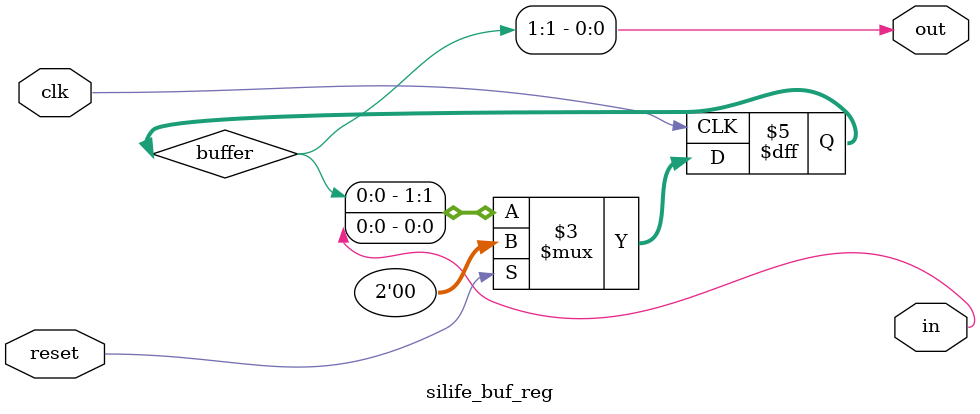
<source format=v>
module silife_buf_reg #(
    parameter BITS = 2,
    parameter DEFAULT = 1'b0
) (
    input wire reset,
    input wire clk,

    output wire in,
    output wire out
);

  reg [BITS-1:0] buffer;

  assign out = buffer[BITS-1];

  always @(posedge clk) begin
    if (reset) buffer <= {BITS{DEFAULT}};
    else buffer <= {buffer[BITS-2:0], in};
  end
endmodule

</source>
